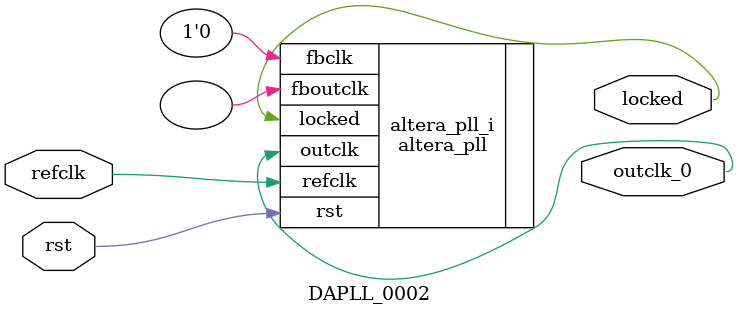
<source format=v>
`timescale 1ns/10ps
module  DAPLL_0002(

	// interface 'refclk'
	input wire refclk,

	// interface 'reset'
	input wire rst,

	// interface 'outclk0'
	output wire outclk_0,

	// interface 'locked'
	output wire locked
);

	altera_pll #(
		.fractional_vco_multiplier("false"),
		.reference_clock_frequency("62.5 MHz"),
		.operation_mode("direct"),
		.number_of_clocks(1),
		.output_clock_frequency0("62.500000 MHz"),
		.phase_shift0("0 ps"),
		.duty_cycle0(50),
		.output_clock_frequency1("0 MHz"),
		.phase_shift1("0 ps"),
		.duty_cycle1(50),
		.output_clock_frequency2("0 MHz"),
		.phase_shift2("0 ps"),
		.duty_cycle2(50),
		.output_clock_frequency3("0 MHz"),
		.phase_shift3("0 ps"),
		.duty_cycle3(50),
		.output_clock_frequency4("0 MHz"),
		.phase_shift4("0 ps"),
		.duty_cycle4(50),
		.output_clock_frequency5("0 MHz"),
		.phase_shift5("0 ps"),
		.duty_cycle5(50),
		.output_clock_frequency6("0 MHz"),
		.phase_shift6("0 ps"),
		.duty_cycle6(50),
		.output_clock_frequency7("0 MHz"),
		.phase_shift7("0 ps"),
		.duty_cycle7(50),
		.output_clock_frequency8("0 MHz"),
		.phase_shift8("0 ps"),
		.duty_cycle8(50),
		.output_clock_frequency9("0 MHz"),
		.phase_shift9("0 ps"),
		.duty_cycle9(50),
		.output_clock_frequency10("0 MHz"),
		.phase_shift10("0 ps"),
		.duty_cycle10(50),
		.output_clock_frequency11("0 MHz"),
		.phase_shift11("0 ps"),
		.duty_cycle11(50),
		.output_clock_frequency12("0 MHz"),
		.phase_shift12("0 ps"),
		.duty_cycle12(50),
		.output_clock_frequency13("0 MHz"),
		.phase_shift13("0 ps"),
		.duty_cycle13(50),
		.output_clock_frequency14("0 MHz"),
		.phase_shift14("0 ps"),
		.duty_cycle14(50),
		.output_clock_frequency15("0 MHz"),
		.phase_shift15("0 ps"),
		.duty_cycle15(50),
		.output_clock_frequency16("0 MHz"),
		.phase_shift16("0 ps"),
		.duty_cycle16(50),
		.output_clock_frequency17("0 MHz"),
		.phase_shift17("0 ps"),
		.duty_cycle17(50),
		.pll_type("General"),
		.pll_subtype("General")
	) altera_pll_i (
		.rst	(rst),
		.outclk	({outclk_0}),
		.locked	(locked),
		.fboutclk	( ),
		.fbclk	(1'b0),
		.refclk	(refclk)
	);
endmodule


</source>
